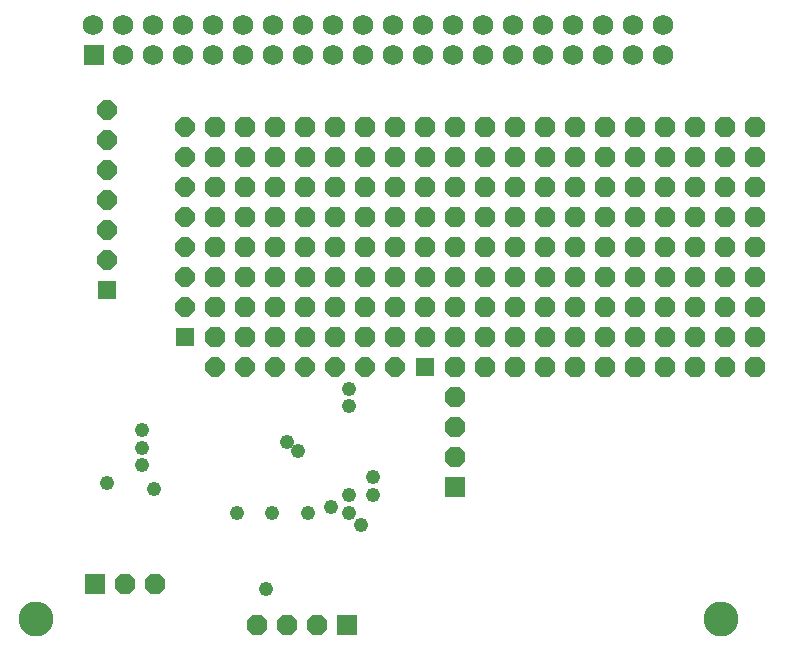
<source format=gbs>
G75*
%MOIN*%
%OFA0B0*%
%FSLAX25Y25*%
%IPPOS*%
%LPD*%
%AMOC8*
5,1,8,0,0,1.08239X$1,22.5*
%
%ADD10C,0.11627*%
%ADD11R,0.06800X0.06800*%
%ADD12C,0.06800*%
%ADD13OC8,0.06343*%
%ADD14R,0.06343X0.06343*%
%ADD15R,0.06737X0.06737*%
%ADD16OC8,0.06737*%
%ADD17C,0.04762*%
%ADD18OC8,0.06706*%
D10*
X0018780Y0018780D03*
X0247126Y0018780D03*
D11*
X0037953Y0206693D03*
D12*
X0047900Y0206700D03*
X0047900Y0216700D03*
X0037900Y0216700D03*
X0057900Y0216700D03*
X0067900Y0216700D03*
X0067900Y0206700D03*
X0057900Y0206700D03*
X0077900Y0206700D03*
X0087900Y0206700D03*
X0097900Y0206700D03*
X0097900Y0216700D03*
X0087900Y0216700D03*
X0077900Y0216700D03*
X0107900Y0216700D03*
X0117900Y0216700D03*
X0117900Y0206700D03*
X0107900Y0206700D03*
X0127900Y0206700D03*
X0137900Y0206700D03*
X0137900Y0216700D03*
X0127900Y0216700D03*
X0147900Y0216700D03*
X0157900Y0216700D03*
X0157900Y0206700D03*
X0147900Y0206700D03*
X0167900Y0206700D03*
X0177900Y0206700D03*
X0177900Y0216700D03*
X0167900Y0216700D03*
X0187900Y0216700D03*
X0197900Y0216700D03*
X0197900Y0206700D03*
X0187900Y0206700D03*
X0207900Y0206700D03*
X0217900Y0206700D03*
X0217900Y0216700D03*
X0207900Y0216700D03*
X0227900Y0216700D03*
X0227900Y0206700D03*
D13*
X0138543Y0102835D03*
X0128543Y0102835D03*
X0118543Y0102835D03*
X0108543Y0102835D03*
X0098543Y0102835D03*
X0088543Y0102835D03*
X0078543Y0102835D03*
X0068543Y0122835D03*
X0068543Y0132835D03*
X0068543Y0142835D03*
X0068543Y0152835D03*
X0068543Y0162835D03*
X0068543Y0172835D03*
X0068543Y0182835D03*
X0042402Y0178543D03*
X0042402Y0168543D03*
X0042402Y0158543D03*
X0042402Y0148543D03*
X0042402Y0138543D03*
X0042402Y0188543D03*
D14*
X0042402Y0128543D03*
X0068543Y0112835D03*
X0148543Y0102835D03*
D15*
X0158543Y0062835D03*
X0122362Y0016811D03*
X0038307Y0030591D03*
D16*
X0048307Y0030591D03*
X0058307Y0030591D03*
X0092362Y0016811D03*
X0102362Y0016811D03*
X0112362Y0016811D03*
X0158543Y0072835D03*
X0158543Y0082835D03*
X0158543Y0092835D03*
D17*
X0130984Y0066024D03*
X0130984Y0060118D03*
X0123110Y0060118D03*
X0117205Y0056181D03*
X0123110Y0054213D03*
X0127047Y0050276D03*
X0109331Y0054213D03*
X0097520Y0054213D03*
X0085709Y0054213D03*
X0058150Y0062087D03*
X0054213Y0069961D03*
X0054213Y0075866D03*
X0054213Y0081772D03*
X0042402Y0064055D03*
X0095551Y0028622D03*
X0105984Y0074685D03*
X0102244Y0077835D03*
X0123110Y0089646D03*
X0123110Y0095551D03*
D18*
X0118543Y0112835D03*
X0128543Y0112835D03*
X0138543Y0112835D03*
X0148543Y0112835D03*
X0158543Y0112835D03*
X0168543Y0112835D03*
X0178543Y0112835D03*
X0188543Y0112835D03*
X0198543Y0112835D03*
X0208543Y0112835D03*
X0218543Y0112835D03*
X0228543Y0112835D03*
X0238543Y0112835D03*
X0248543Y0112835D03*
X0258543Y0112835D03*
X0258543Y0102835D03*
X0248543Y0102835D03*
X0238543Y0102835D03*
X0228543Y0102835D03*
X0218543Y0102835D03*
X0208543Y0102835D03*
X0198543Y0102835D03*
X0188543Y0102835D03*
X0178543Y0102835D03*
X0168543Y0102835D03*
X0158543Y0102835D03*
X0158543Y0122835D03*
X0148543Y0122835D03*
X0138543Y0122835D03*
X0138543Y0132835D03*
X0148543Y0132835D03*
X0158543Y0132835D03*
X0158543Y0142835D03*
X0148543Y0142835D03*
X0138543Y0142835D03*
X0128543Y0142835D03*
X0118543Y0142835D03*
X0108543Y0142835D03*
X0098543Y0142835D03*
X0088543Y0142835D03*
X0078543Y0142835D03*
X0078543Y0132835D03*
X0088543Y0132835D03*
X0098543Y0132835D03*
X0108543Y0132835D03*
X0118543Y0132835D03*
X0128543Y0132835D03*
X0128543Y0122835D03*
X0118543Y0122835D03*
X0108543Y0122835D03*
X0098543Y0122835D03*
X0088543Y0122835D03*
X0078543Y0122835D03*
X0078543Y0112835D03*
X0088543Y0112835D03*
X0098543Y0112835D03*
X0108543Y0112835D03*
X0108543Y0152835D03*
X0098543Y0152835D03*
X0098543Y0162835D03*
X0108543Y0162835D03*
X0118543Y0162835D03*
X0128543Y0162835D03*
X0138543Y0162835D03*
X0148543Y0162835D03*
X0158543Y0162835D03*
X0168543Y0162835D03*
X0178543Y0162835D03*
X0188543Y0162835D03*
X0198543Y0162835D03*
X0208543Y0162835D03*
X0218543Y0162835D03*
X0228543Y0162835D03*
X0238543Y0162835D03*
X0248543Y0162835D03*
X0258543Y0162835D03*
X0258543Y0152835D03*
X0248543Y0152835D03*
X0238543Y0152835D03*
X0228543Y0152835D03*
X0218543Y0152835D03*
X0208543Y0152835D03*
X0198543Y0152835D03*
X0188543Y0152835D03*
X0178543Y0152835D03*
X0168543Y0152835D03*
X0158543Y0152835D03*
X0148543Y0152835D03*
X0138543Y0152835D03*
X0128543Y0152835D03*
X0118543Y0152835D03*
X0118543Y0172835D03*
X0128543Y0172835D03*
X0128543Y0182835D03*
X0118543Y0182835D03*
X0108543Y0182835D03*
X0098543Y0182835D03*
X0088543Y0182835D03*
X0078543Y0182835D03*
X0078543Y0172835D03*
X0088543Y0172835D03*
X0098543Y0172835D03*
X0108543Y0172835D03*
X0088543Y0162835D03*
X0078543Y0162835D03*
X0078543Y0152835D03*
X0088543Y0152835D03*
X0138543Y0172835D03*
X0148543Y0172835D03*
X0158543Y0172835D03*
X0158543Y0182835D03*
X0148543Y0182835D03*
X0138543Y0182835D03*
X0168543Y0182835D03*
X0178543Y0182835D03*
X0188543Y0182835D03*
X0198543Y0182835D03*
X0208543Y0182835D03*
X0218543Y0182835D03*
X0228543Y0182835D03*
X0238543Y0182835D03*
X0248543Y0182835D03*
X0258543Y0182835D03*
X0258543Y0172835D03*
X0248543Y0172835D03*
X0238543Y0172835D03*
X0228543Y0172835D03*
X0218543Y0172835D03*
X0208543Y0172835D03*
X0198543Y0172835D03*
X0188543Y0172835D03*
X0178543Y0172835D03*
X0168543Y0172835D03*
X0168543Y0142835D03*
X0178543Y0142835D03*
X0188543Y0142835D03*
X0198543Y0142835D03*
X0208543Y0142835D03*
X0218543Y0142835D03*
X0228543Y0142835D03*
X0238543Y0142835D03*
X0248543Y0142835D03*
X0258543Y0142835D03*
X0258543Y0132835D03*
X0248543Y0132835D03*
X0238543Y0132835D03*
X0228543Y0132835D03*
X0218543Y0132835D03*
X0208543Y0132835D03*
X0198543Y0132835D03*
X0188543Y0132835D03*
X0178543Y0132835D03*
X0168543Y0132835D03*
X0168543Y0122835D03*
X0178543Y0122835D03*
X0188543Y0122835D03*
X0198543Y0122835D03*
X0208543Y0122835D03*
X0218543Y0122835D03*
X0228543Y0122835D03*
X0238543Y0122835D03*
X0248543Y0122835D03*
X0258543Y0122835D03*
M02*

</source>
